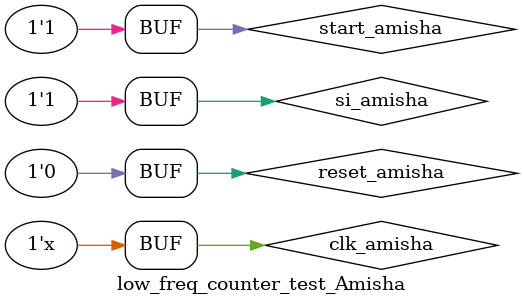
<source format=v>
`timescale 1ns / 1ps


module low_freq_counter_test_Amisha;
	// Inputs
	reg clk_amisha;
	reg reset_amisha;
	reg start_amisha;
	reg si_amisha;
	// Outputs
	wire [3:0] bcd3_amisha;
	wire [3:0] bcd2_amisha;
	wire [3:0] bcd1_amisha;
	wire [3:0] bcd0_amisha;
	// Instantiate the Unit Under Test (UUT)
	low_freq_counter_Amisha uut (
		.clk_amisha(clk_amisha), 
		.reset_amisha(reset_amisha), 
		.start_amisha(start_amisha), 
		.si_amisha(si_amisha), 
		.bcd3_amisha(bcd3_amisha), 
		.bcd2_amisha(bcd2_amisha), 
		.bcd1_amisha(bcd1_amisha), 
		.bcd0_amisha(bcd0_amisha)
	);
	initial begin
		clk_amisha = 0;
		reset_amisha = 1;
		start_amisha = 0;
		si_amisha = 0;
		#50;
		reset_amisha = 0;
		start_amisha = 1;
		si_amisha = 0;
		#50;
		start_amisha = 1;
		si_amisha = 1;
		#50;
		start_amisha = 1;
		si_amisha = 0;
		#50;
		start_amisha = 1;
		si_amisha = 1;
		#50;
	end
always #25 clk_amisha = ~clk_amisha;           
endmodule


</source>
